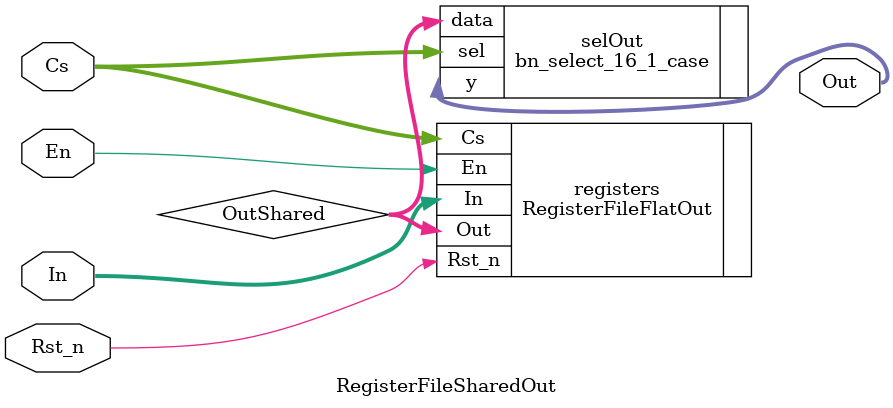
<source format=sv>
module RegisterFileSharedOut #(
    parameter WIDTH=8,
    parameter HEIGHT=3
)(
    input wire Rst_n,
    input wire En,
    input wire [WIDTH-1:0] In,
    input wire [HEIGHT-1:0] Cs,
    output wire [WIDTH-1 : 0] Out
);

wire [(HEIGHT*WIDTH)-1 : 0] OutShared;

bn_select_16_1_case #(
    .DATA_WIDTH(WIDTH))
selOut(
        .y(Out),
        .sel(Cs),
        .data(OutShared)
);

RegisterFileFlatOut #(
    .WIDTH(WIDTH),
    .HEIGHT(HEIGHT)
) registers(
    .Rst_n(Rst_n),
    .En(En),
    .In(In),
    .Cs(Cs),
    .Out(OutShared)
);

endmodule


</source>
